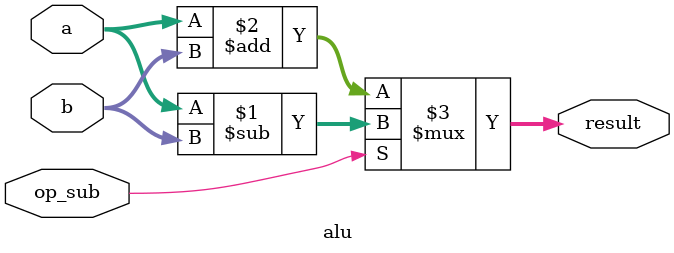
<source format=v>
module alu(
    input [31:0] a,
    input [31:0] b,
    input op_sub,          // 0 = add, 1 = subtract
    output [31:0] result
);

assign result = op_sub ? (a - b) : (a + b);

endmodule

</source>
